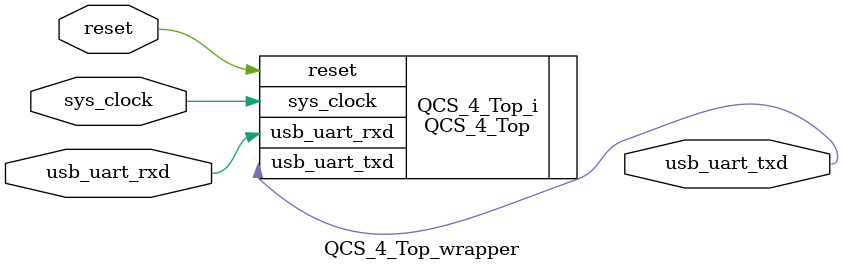
<source format=v>
`timescale 1 ps / 1 ps

module QCS_4_Top_wrapper
   (reset,
    sys_clock,
    usb_uart_rxd,
    usb_uart_txd);
  input reset;
  input sys_clock;
  input usb_uart_rxd;
  output usb_uart_txd;

  wire reset;
  wire sys_clock;
  wire usb_uart_rxd;
  wire usb_uart_txd;

  QCS_4_Top QCS_4_Top_i
       (.reset(reset),
        .sys_clock(sys_clock),
        .usb_uart_rxd(usb_uart_rxd),
        .usb_uart_txd(usb_uart_txd));
endmodule

</source>
